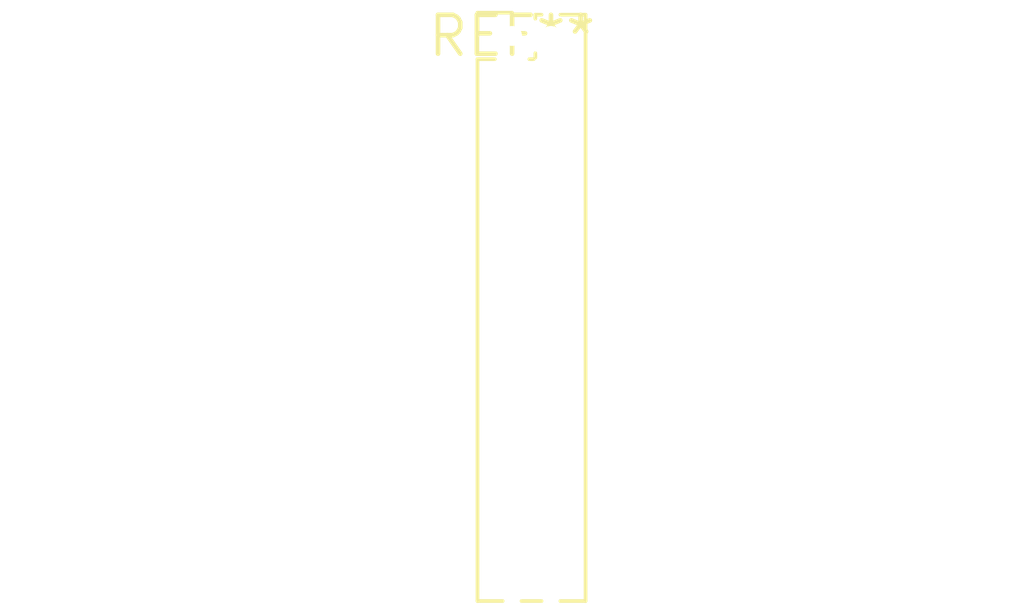
<source format=kicad_pcb>
(kicad_pcb (version 20240108) (generator pcbnew)
  (layers (0 "F.Cu" signal) (31 "B.Cu" signal) (34 "B.Paste" user) (35 "F.Paste" user) (36 "B.SilkS" user "B.Silkscreen") (37 "F.SilkS" user "F.Silkscreen") (38 "B.Mask" user) (39 "F.Mask" user) (44 "Edge.Cuts" user))
  (net 0 "")
  (footprint "PinHeader_2x15_P1.27mm_Vertical" (layer "F.Cu") (at 0 0)
    (property "Reference" "REF**")
    (property "Value" "PinHeader_2x15_P1.27mm_Vertical")
    (fp_line (start -1.13 -0.76) (end 0 -0.76) (layer "F.SilkS") (stroke (width 0.12)))
    (fp_line (start -1.13 0) (end -1.13 -0.76) (layer "F.SilkS") (stroke (width 0.12)))
    (fp_line (start -1.13 0.76) (end -1.13 18.475) (layer "F.SilkS") (stroke (width 0.12)))
    (fp_line (start -1.13 0.76) (end -0.563471 0.76) (layer "F.SilkS") (stroke (width 0.12)))
    (fp_line (start -1.13 18.475) (end -0.30753 18.475) (layer "F.SilkS") (stroke (width 0.12)))
    (fp_line (start 0.30753 18.475) (end 0.96247 18.475) (layer "F.SilkS") (stroke (width 0.12)))
    (fp_line (start 0.563471 0.76) (end 0.706529 0.76) (layer "F.SilkS") (stroke (width 0.12)))
    (fp_line (start 0.76 -0.695) (end 0.96247 -0.695) (layer "F.SilkS") (stroke (width 0.12)))
    (fp_line (start 0.76 -0.563471) (end 0.76 -0.695) (layer "F.SilkS") (stroke (width 0.12)))
    (fp_line (start 0.76 0.706529) (end 0.76 0.563471) (layer "F.SilkS") (stroke (width 0.12)))
    (fp_line (start 1.57753 -0.695) (end 2.4 -0.695) (layer "F.SilkS") (stroke (width 0.12)))
    (fp_line (start 1.57753 18.475) (end 2.4 18.475) (layer "F.SilkS") (stroke (width 0.12)))
    (fp_line (start 2.4 -0.695) (end 2.4 18.475) (layer "F.SilkS") (stroke (width 0.12)))
    (pad "1" thru_hole rect (at 0 0) (size 1 1) (drill 0.65) (layers *.Cu *.Mask) (remove_unused_layers))
    (pad "2" thru_hole oval (at 1.27 0) (size 1 1) (drill 0.65) (layers *.Cu *.Mask) (remove_unused_layers))
    (pad "3" thru_hole oval (at 0 1.27) (size 1 1) (drill 0.65) (layers *.Cu *.Mask) (remove_unused_layers))
    (pad "4" thru_hole oval (at 1.27 1.27) (size 1 1) (drill 0.65) (layers *.Cu *.Mask) (remove_unused_layers))
    (pad "5" thru_hole oval (at 0 2.54) (size 1 1) (drill 0.65) (layers *.Cu *.Mask) (remove_unused_layers))
    (pad "6" thru_hole oval (at 1.27 2.54) (size 1 1) (drill 0.65) (layers *.Cu *.Mask) (remove_unused_layers))
    (pad "7" thru_hole oval (at 0 3.81) (size 1 1) (drill 0.65) (layers *.Cu *.Mask) (remove_unused_layers))
    (pad "8" thru_hole oval (at 1.27 3.81) (size 1 1) (drill 0.65) (layers *.Cu *.Mask) (remove_unused_layers))
    (pad "9" thru_hole oval (at 0 5.08) (size 1 1) (drill 0.65) (layers *.Cu *.Mask) (remove_unused_layers))
    (pad "10" thru_hole oval (at 1.27 5.08) (size 1 1) (drill 0.65) (layers *.Cu *.Mask) (remove_unused_layers))
    (pad "11" thru_hole oval (at 0 6.35) (size 1 1) (drill 0.65) (layers *.Cu *.Mask) (remove_unused_layers))
    (pad "12" thru_hole oval (at 1.27 6.35) (size 1 1) (drill 0.65) (layers *.Cu *.Mask) (remove_unused_layers))
    (pad "13" thru_hole oval (at 0 7.62) (size 1 1) (drill 0.65) (layers *.Cu *.Mask) (remove_unused_layers))
    (pad "14" thru_hole oval (at 1.27 7.62) (size 1 1) (drill 0.65) (layers *.Cu *.Mask) (remove_unused_layers))
    (pad "15" thru_hole oval (at 0 8.89) (size 1 1) (drill 0.65) (layers *.Cu *.Mask) (remove_unused_layers))
    (pad "16" thru_hole oval (at 1.27 8.89) (size 1 1) (drill 0.65) (layers *.Cu *.Mask) (remove_unused_layers))
    (pad "17" thru_hole oval (at 0 10.16) (size 1 1) (drill 0.65) (layers *.Cu *.Mask) (remove_unused_layers))
    (pad "18" thru_hole oval (at 1.27 10.16) (size 1 1) (drill 0.65) (layers *.Cu *.Mask) (remove_unused_layers))
    (pad "19" thru_hole oval (at 0 11.43) (size 1 1) (drill 0.65) (layers *.Cu *.Mask) (remove_unused_layers))
    (pad "20" thru_hole oval (at 1.27 11.43) (size 1 1) (drill 0.65) (layers *.Cu *.Mask) (remove_unused_layers))
    (pad "21" thru_hole oval (at 0 12.7) (size 1 1) (drill 0.65) (layers *.Cu *.Mask) (remove_unused_layers))
    (pad "22" thru_hole oval (at 1.27 12.7) (size 1 1) (drill 0.65) (layers *.Cu *.Mask) (remove_unused_layers))
    (pad "23" thru_hole oval (at 0 13.97) (size 1 1) (drill 0.65) (layers *.Cu *.Mask) (remove_unused_layers))
    (pad "24" thru_hole oval (at 1.27 13.97) (size 1 1) (drill 0.65) (layers *.Cu *.Mask) (remove_unused_layers))
    (pad "25" thru_hole oval (at 0 15.24) (size 1 1) (drill 0.65) (layers *.Cu *.Mask) (remove_unused_layers))
    (pad "26" thru_hole oval (at 1.27 15.24) (size 1 1) (drill 0.65) (layers *.Cu *.Mask) (remove_unused_layers))
    (pad "27" thru_hole oval (at 0 16.51) (size 1 1) (drill 0.65) (layers *.Cu *.Mask) (remove_unused_layers))
    (pad "28" thru_hole oval (at 1.27 16.51) (size 1 1) (drill 0.65) (layers *.Cu *.Mask) (remove_unused_layers))
    (pad "29" thru_hole oval (at 0 17.78) (size 1 1) (drill 0.65) (layers *.Cu *.Mask) (remove_unused_layers))
    (pad "30" thru_hole oval (at 1.27 17.78) (size 1 1) (drill 0.65) (layers *.Cu *.Mask) (remove_unused_layers))
  )
)
</source>
